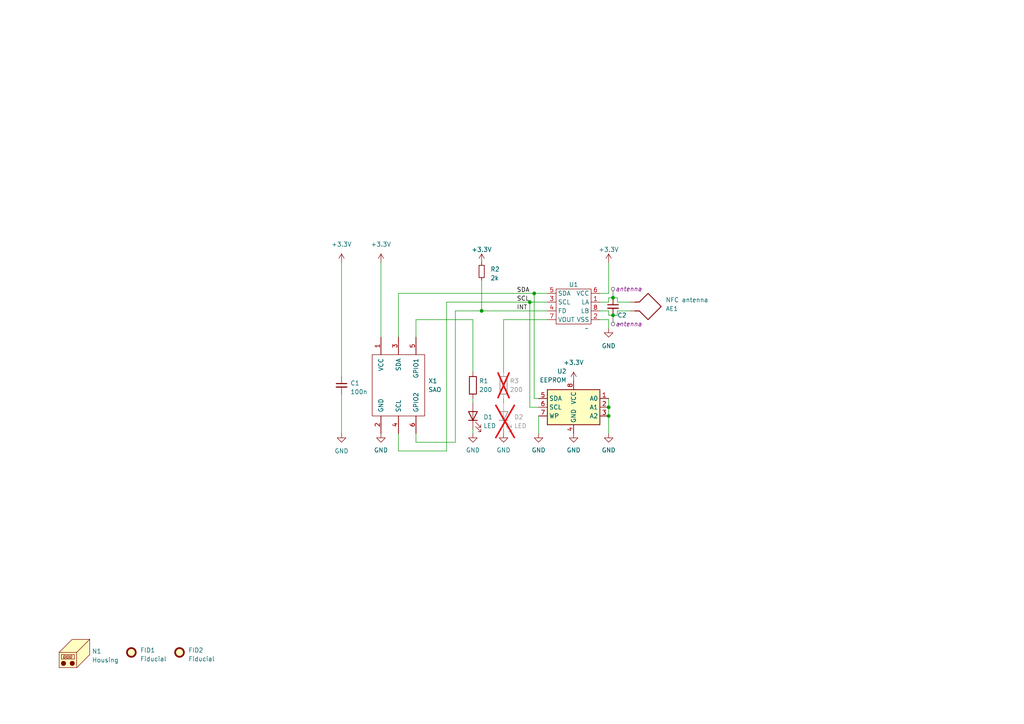
<source format=kicad_sch>
(kicad_sch (version 20230121) (generator eeschema)
  (paper "A4")
  (lib_symbols
    (symbol "Device:Antenna_Loop" (pin_numbers hide) (pin_names (offset 1.016) hide)
      (property "Reference" "AE" (at 1.27 6.35 0))
      (property "Value" "Antenna_Loop" (at 1.27 5.08 0))
      (symbol "Antenna_Loop_0_1"
        (polyline (pts (xy 2.54 -3.81) (xy 2.54 -2.54) (xy 5.08 0) (xy 1.27 3.81) (xy -2.54 0) (xy 0 -2.54) (xy 0 -3.81)) (stroke (width 0.254)))
      )
      (symbol "Antenna_Loop_1_1"
        (pin input line (at 0 -5.08 90) (length 2.54) (name "~") (number "1"))
        (pin input line (at 2.54 -5.08 90) (length 2.54) (name "~") (number "2"))
      )
    )
    (symbol "Device:C_Small" (pin_numbers hide) (pin_names (offset 0.254) hide)
      (property "Reference" "C" (at 0.254 1.778 0))
      (property "Value" "C_Small" (at 0.254 -2.032 0))
      (symbol "C_Small_0_1"
        (polyline (pts (xy -1.524 -0.508) (xy 1.524 -0.508)) (stroke (width 0.3302)))
        (polyline (pts (xy -1.524 0.508) (xy 1.524 0.508)) (stroke (width 0.3048)))
      )
      (symbol "C_Small_1_1"
        (pin passive line (at 0 2.54 270) (length 2.032) (name "~") (number "1"))
        (pin passive line (at 0 -2.54 90) (length 2.032) (name "~") (number "2"))
      )
    )
    (symbol "Device:LED" (pin_numbers hide) (pin_names (offset 1.016) hide)
      (property "Reference" "D" (at 0 2.54 0))
      (property "Value" "LED" (at 0 -2.54 0))
      (symbol "LED_0_1"
        (polyline (pts (xy -1.27 -1.27) (xy -1.27 1.27)) (stroke (width 0.254)))
        (polyline (pts (xy -1.27 0) (xy 1.27 0)))
        (polyline (pts (xy 1.27 -1.27) (xy 1.27 1.27) (xy -1.27 0) (xy 1.27 -1.27)) (stroke (width 0.254)))
        (polyline (pts (xy -3.048 -0.762) (xy -4.572 -2.286) (xy -3.81 -2.286) (xy -4.572 -2.286) (xy -4.572 -1.524)))
        (polyline (pts (xy -1.778 -0.762) (xy -3.302 -2.286) (xy -2.54 -2.286) (xy -3.302 -2.286) (xy -3.302 -1.524)))
      )
      (symbol "LED_1_1"
        (pin passive line (at -3.81 0 0) (length 2.54) (name "K") (number "1"))
        (pin passive line (at 3.81 0 180) (length 2.54) (name "A") (number "2"))
      )
    )
    (symbol "Device:R" (pin_numbers hide) (pin_names (offset 0))
      (property "Reference" "R" (at 2.032 0 90))
      (property "Value" "R" (at 0 0 90))
      (symbol "R_0_1"
        (rectangle (start -1.016 -2.54) (end 1.016 2.54) (stroke (width 0.254)))
      )
      (symbol "R_1_1"
        (pin passive line (at 0 3.81 270) (length 1.27) (name "~") (number "1"))
        (pin passive line (at 0 -3.81 90) (length 1.27) (name "~") (number "2"))
      )
    )
    (symbol "Device:R_Small" (pin_numbers hide) (pin_names (offset 0.254) hide)
      (property "Reference" "R" (at 0.762 0.508 0))
      (property "Value" "R_Small" (at 0.762 -1.016 0))
      (symbol "R_Small_0_1"
        (rectangle (start -0.762 1.778) (end 0.762 -1.778) (stroke (width 0.2032)))
      )
      (symbol "R_Small_1_1"
        (pin passive line (at 0 2.54 270) (length 0.762) (name "~") (number "1"))
        (pin passive line (at 0 -2.54 90) (length 0.762) (name "~") (number "2"))
      )
    )
    (symbol "Mechanical:Fiducial"
      (property "Reference" "FID" (at 0 5.08 0))
      (property "Value" "Fiducial" (at 0 3.175 0))
      (symbol "Fiducial_0_1"
        (circle (center 0 0) (radius 1.27) (stroke (width 0.508)) (fill (type background)))
      )
    )
    (symbol "Mechanical:Housing" (pin_names (offset 1.016))
      (property "Reference" "N" (at 3.81 0 0))
      (property "Value" "Housing" (at 3.81 -1.905 0))
      (symbol "Housing_0_1"
        (rectangle (start -5.08 -0.635) (end -1.27 -1.905))
        (circle (center -4.445 -3.175) (radius 0.635) (fill (type outline)))
        (circle (center -1.905 -3.175) (radius 0.635) (fill (type outline)))
        (polyline (pts (xy -4.5212 -1.5748) (xy -4.4704 -1.3716)))
        (polyline (pts (xy -4.4196 -1.6764) (xy -4.064 -1.6764)))
        (polyline (pts (xy -4.4196 -1.2192) (xy -4.3688 -0.9652)))
        (polyline (pts (xy -4.318 -1.3208) (xy -4.0132 -1.3208)))
        (polyline (pts (xy -4.2164 -0.9144) (xy -3.9116 -0.9144)))
        (polyline (pts (xy -3.9116 -1.6256) (xy -3.8608 -1.3716)))
        (polyline (pts (xy -3.81 -1.2192) (xy -3.7592 -0.9652)))
        (polyline (pts (xy -3.6068 -1.5748) (xy -3.556 -1.3716)))
        (polyline (pts (xy -3.5052 -1.6764) (xy -3.1496 -1.6764)))
        (polyline (pts (xy -3.5052 -1.2192) (xy -3.4544 -0.9652)))
        (polyline (pts (xy -3.4036 -1.3208) (xy -3.0988 -1.3208)))
        (polyline (pts (xy -3.302 -0.9144) (xy -2.9972 -0.9144)))
        (polyline (pts (xy -2.9972 -1.6256) (xy -2.9464 -1.3716)))
        (polyline (pts (xy -2.8956 -1.2192) (xy -2.8448 -0.9652)))
        (polyline (pts (xy -2.6924 -1.5748) (xy -2.6416 -1.3716)))
        (polyline (pts (xy -2.5908 -1.6764) (xy -2.2352 -1.6764)))
        (polyline (pts (xy -2.5908 -1.2192) (xy -2.54 -0.9652)))
        (polyline (pts (xy -2.4892 -1.3208) (xy -2.1844 -1.3208)))
        (polyline (pts (xy -2.3876 -0.9144) (xy -2.0828 -0.9144)))
        (polyline (pts (xy -2.0828 -1.6256) (xy -2.032 -1.3716)))
        (polyline (pts (xy -1.9812 -1.2192) (xy -1.9304 -0.9652)))
        (polyline (pts (xy -0.635 0) (xy -0.635 -4.445)))
        (polyline (pts (xy -5.715 0) (xy -0.635 0) (xy 3.175 3.81)))
        (polyline (pts (xy -5.715 0) (xy -5.715 -4.445) (xy -0.635 -4.445) (xy 3.175 -0.635) (xy 3.175 3.81) (xy -1.905 3.81) (xy -5.715 0)) (fill (type background)))
      )
    )
    (symbol "Memory_EEPROM:AT24CS64-SSHM"
      (property "Reference" "U" (at -7.62 6.35 0))
      (property "Value" "AT24CS64-SSHM" (at 2.54 -6.35 0))
      (symbol "AT24CS64-SSHM_1_1"
        (rectangle (start -7.62 5.08) (end 7.62 -5.08) (stroke (width 0.254)) (fill (type background)))
        (pin input line (at -10.16 2.54 0) (length 2.54) (name "A0") (number "1"))
        (pin input line (at -10.16 0 0) (length 2.54) (name "A1") (number "2"))
        (pin input line (at -10.16 -2.54 0) (length 2.54) (name "A2") (number "3"))
        (pin power_in line (at 0 -7.62 90) (length 2.54) (name "GND") (number "4"))
        (pin bidirectional line (at 10.16 2.54 180) (length 2.54) (name "SDA") (number "5"))
        (pin input line (at 10.16 0 180) (length 2.54) (name "SCL") (number "6"))
        (pin input line (at 10.16 -2.54 180) (length 2.54) (name "WP") (number "7"))
        (pin power_in line (at 0 7.62 270) (length 2.54) (name "VCC") (number "8"))
      )
    )
    (symbol "NT3H2111:NT3H2111"
      (property "Reference" "U1" (at 0 6.35 0))
      (property "Value" "~" (at 3.81 -6.35 0))
      (symbol "NT3H2111_0_1"
        (rectangle (start -5.08 5.08) (end 5.08 -5.08))
      )
      (symbol "NT3H2111_1_1"
        (pin bidirectional line (at 7.62 1.27 180) (length 2.54) (name "LA") (number "1"))
        (pin power_in line (at 7.62 -3.81 180) (length 2.54) (name "VSS") (number "2"))
        (pin input line (at -7.62 1.27 0) (length 2.54) (name "SCL") (number "3"))
        (pin output line (at -7.62 -1.27 0) (length 2.54) (name "FD") (number "4"))
        (pin bidirectional line (at -7.62 3.81 0) (length 2.54) (name "SDA") (number "5"))
        (pin power_in line (at 7.62 3.81 180) (length 2.54) (name "VCC") (number "6"))
        (pin power_out line (at -7.62 -3.81 0) (length 2.54) (name "VOUT") (number "7"))
        (pin bidirectional line (at 7.62 -1.27 180) (length 2.54) (name "LB") (number "8"))
      )
    )
    (symbol "SAO:Badgelife_sao_connector_v169bis" (pin_names (offset 1.016))
      (property "Reference" "X1" (at 8.636 1.2701 0))
      (property "Value" "SAO" (at 8.636 -1.2699 0))
      (symbol "Badgelife_sao_connector_v169bis_0_1"
        (rectangle (start -7.62 8.89) (end 7.62 -8.89))
      )
      (symbol "Badgelife_sao_connector_v169bis_1_1"
        (pin power_out line (at -5.08 13.97 270) (length 5.08) (name "VCC") (number "1"))
        (pin power_out line (at -5.08 -13.97 90) (length 5.08) (name "GND") (number "2"))
        (pin bidirectional line (at 0 13.97 270) (length 5.08) (name "SDA") (number "3"))
        (pin output line (at 0 -13.97 90) (length 5.08) (name "SCL") (number "4"))
        (pin output line (at 5.08 13.97 270) (length 5.08) (name "GPIO1") (number "5"))
        (pin input line (at 5.08 -13.97 90) (length 5.08) (name "GPIO2") (number "6"))
      )
    )
    (symbol "power:+3.3V" (power) (pin_names (offset 0))
      (property "Value" "+3.3V" (at 0 3.556 0))
      (symbol "+3.3V_0_1"
        (polyline (pts (xy -0.762 1.27) (xy 0 2.54)))
        (polyline (pts (xy 0 0) (xy 0 2.54)))
        (polyline (pts (xy 0 2.54) (xy 0.762 1.27)))
      )
      (symbol "+3.3V_1_1"
        (pin power_in line (at 0 0 90) (length 0) hide (name "+3.3V") (number "1"))
      )
    )
    (symbol "power:GND" (power) (pin_names (offset 0))
      (property "Value" "GND" (at 0 -3.81 0))
      (symbol "GND_0_1"
        (polyline (pts (xy 0 0) (xy 0 -1.27) (xy 1.27 -1.27) (xy 0 -2.54) (xy -1.27 -1.27) (xy 0 -1.27)))
      )
      (symbol "GND_1_1"
        (pin power_in line (at 0 0 270) (length 0) hide (name "GND") (number "1"))
      )
    )
  )
  (junction (at 176.53 120.65))
  (junction (at 176.53 118.11))
  (junction (at 139.7 90.17))
  (junction (at 153.67 87.63))
  (junction (at 177.8 91.44))
  (junction (at 154.94 85.09))
  (junction (at 177.8 86.36))
  (wire (pts (xy 120.65 97.79) (xy 120.65 92.71)))
  (wire (pts (xy 132.08 90.17) (xy 139.7 90.17)))
  (wire (pts (xy 120.65 92.71) (xy 137.16 92.71)))
  (wire (pts (xy 137.16 115.57) (xy 137.16 116.84)))
  (wire (pts (xy 173.99 92.71) (xy 176.53 92.71)))
  (wire (pts (xy 177.8 86.36) (xy 179.07 86.36)))
  (wire (pts (xy 115.57 130.81) (xy 115.57 125.73)))
  (wire (pts (xy 129.54 130.81) (xy 115.57 130.81)))
  (wire (pts (xy 156.21 115.57) (xy 154.94 115.57)))
  (wire (pts (xy 173.99 87.63) (xy 176.53 87.63)))
  (wire (pts (xy 179.07 90.17) (xy 182.88 90.17)))
  (wire (pts (xy 146.05 115.57) (xy 146.05 116.84)))
  (wire (pts (xy 137.16 92.71) (xy 137.16 107.95)))
  (wire (pts (xy 154.94 85.09) (xy 154.94 115.57)))
  (wire (pts (xy 176.53 118.11) (xy 176.53 120.65)))
  (wire (pts (xy 120.65 125.73) (xy 120.65 128.27)))
  (wire (pts (xy 173.99 90.17) (xy 176.53 90.17)))
  (wire (pts (xy 179.07 91.44) (xy 179.07 90.17)))
  (wire (pts (xy 176.53 86.36) (xy 177.8 86.36)))
  (wire (pts (xy 146.05 92.71) (xy 146.05 107.95)))
  (wire (pts (xy 129.54 87.63) (xy 129.54 130.81)))
  (wire (pts (xy 173.99 85.09) (xy 176.53 85.09)))
  (wire (pts (xy 137.16 124.46) (xy 137.16 125.73)))
  (wire (pts (xy 120.65 128.27) (xy 132.08 128.27)))
  (wire (pts (xy 179.07 87.63) (xy 182.88 87.63)))
  (wire (pts (xy 176.53 92.71) (xy 176.53 95.25)))
  (wire (pts (xy 158.75 87.63) (xy 153.67 87.63)))
  (wire (pts (xy 158.75 92.71) (xy 146.05 92.71)))
  (wire (pts (xy 179.07 86.36) (xy 179.07 87.63)))
  (wire (pts (xy 132.08 128.27) (xy 132.08 90.17)))
  (wire (pts (xy 176.53 120.65) (xy 176.53 125.73)))
  (wire (pts (xy 176.53 91.44) (xy 177.8 91.44)))
  (wire (pts (xy 139.7 90.17) (xy 139.7 81.28)))
  (wire (pts (xy 158.75 90.17) (xy 139.7 90.17)))
  (wire (pts (xy 115.57 97.79) (xy 115.57 85.09)))
  (wire (pts (xy 156.21 120.65) (xy 156.21 125.73)))
  (wire (pts (xy 153.67 87.63) (xy 153.67 118.11)))
  (wire (pts (xy 176.53 76.2) (xy 176.53 85.09)))
  (wire (pts (xy 99.06 76.2) (xy 99.06 109.22)))
  (wire (pts (xy 158.75 85.09) (xy 154.94 85.09)))
  (wire (pts (xy 99.06 114.3) (xy 99.06 125.73)))
  (wire (pts (xy 146.05 124.46) (xy 146.05 125.73)))
  (wire (pts (xy 177.8 91.44) (xy 179.07 91.44)))
  (wire (pts (xy 176.53 115.57) (xy 176.53 118.11)))
  (wire (pts (xy 176.53 90.17) (xy 176.53 91.44)))
  (wire (pts (xy 110.49 76.2) (xy 110.49 97.79)))
  (wire (pts (xy 115.57 85.09) (xy 154.94 85.09)))
  (wire (pts (xy 129.54 87.63) (xy 153.67 87.63)))
  (wire (pts (xy 156.21 118.11) (xy 153.67 118.11)))
  (wire (pts (xy 176.53 87.63) (xy 176.53 86.36)))
  (label "SCL" (at 149.86 87.63 0))
  (label "INT" (at 149.86 90.17 0))
  (label "SDA" (at 149.86 85.09 0))
  (netclass_flag "" (length 2.54) (shape round) (at 177.8 86.36 0) (property "Netclass" "antenna" (at 178.4985 83.82 0) (effects (font italic) (justify left))))
  (netclass_flag "" (length 2.54) (shape round) (at 177.8 91.44 180) (property "Netclass" "antenna" (at 178.4985 93.98 0) (effects (font italic) (justify left))))
  (symbol (lib_id "Device:LED") (at 137.16 120.65 90) (unit 1)
    (property "Reference" "D1" (at 140.208 120.9674 90) (effects (justify right)))
    (property "Value" "LED" (at 140.208 123.5074 90) (effects (justify right)))
    (property "Footprint" "LED_SMD:LED_0805_2012Metric_Pad1.15x1.40mm_HandSolder" (effects hide))
    (property "LCSC" "C84259" (effects hide))
  )
  (symbol (lib_id "power:GND") (at 166.37 125.73 0) (mirror y) (unit 1)
    (property "Reference" "#PWR010" (effects hide))
    (property "Value" "GND" (at 166.37 130.556 0))
  )
  (symbol (lib_id "Mechanical:Housing") (at 22.86 189.23 0) (unit 1)
    (property "Reference" "N1" (at 26.67 188.9125 0) (effects (justify left)))
    (property "Value" "Housing" (at 26.67 191.4525 0) (effects (justify left)))
    (property "Footprint" "logo:nicolai" (effects hide))
  )
  (symbol (lib_id "Device:Antenna_Loop") (at 187.96 90.17 270) (mirror x) (unit 1)
    (property "Reference" "AE1" (at 193.04 89.535 90) (effects (justify left)))
    (property "Value" "NFC antenna" (at 193.04 86.995 90) (effects (justify left)))
    (property "Footprint" "antenna:NFC antenna" (effects hide))
  )
  (symbol (lib_id "power:GND") (at 110.49 125.73 0) (unit 1)
    (property "Reference" "#PWR04" (effects hide))
    (property "Value" "GND" (at 110.49 130.556 0))
  )
  (symbol (lib_id "power:GND") (at 99.06 125.73 0) (unit 1)
    (property "Reference" "#PWR02" (effects hide))
    (property "Value" "GND" (at 99.06 130.81 0))
  )
  (symbol (lib_id "power:+3.3V") (at 110.49 76.2 0) (unit 1)
    (property "Reference" "#PWR03" (effects hide))
    (property "Value" "+3.3V" (at 110.49 70.866 0))
  )
  (symbol (lib_id "Mechanical:Fiducial") (at 38.1 189.23 0) (unit 1)
    (property "Reference" "FID1" (at 40.64 188.595 0) (effects (justify left)))
    (property "Value" "Fiducial" (at 40.64 191.135 0) (effects (justify left)))
    (property "Footprint" "Fiducial:Fiducial_1mm_Mask2mm" (effects hide))
  )
  (symbol (lib_id "power:+3.3V") (at 166.37 110.49 0) (mirror y) (unit 1)
    (property "Reference" "#PWR09" (effects hide))
    (property "Value" "+3.3V" (at 166.37 105.156 0))
  )
  (symbol (lib_id "power:+3.3V") (at 176.53 76.2 0) (unit 1)
    (property "Reference" "#PWR011" (effects hide))
    (property "Value" "+3.3V" (at 176.53 72.39 0))
  )
  (symbol (lib_id "Memory_EEPROM:AT24CS64-SSHM") (at 166.37 118.11 0) (mirror y) (unit 1)
    (property "Reference" "U2" (at 164.3506 107.696 0) (effects (justify left)))
    (property "Value" "EEPROM" (at 164.3506 110.236 0) (effects (justify left)))
    (property "Footprint" "Package_SO:SOIC-8_3.9x4.9mm_P1.27mm" (effects hide))
    (property "Datasheet" "http://ww1.microchip.com/downloads/en/DeviceDoc/Atmel-8870-SEEPROM-AT24CS64-Datasheet.pdf" (effects hide))
  )
  (symbol (lib_id "Mechanical:Fiducial") (at 52.07 189.23 0) (unit 1)
    (property "Reference" "FID2" (at 54.61 188.595 0) (effects (justify left)))
    (property "Value" "Fiducial" (at 54.61 191.135 0) (effects (justify left)))
    (property "Footprint" "Fiducial:Fiducial_1mm_Mask2mm" (effects hide))
  )
  (symbol (lib_id "Device:R_Small") (at 139.7 78.74 0) (unit 1)
    (property "Reference" "R2" (at 142.24 78.105 0) (effects (justify left)))
    (property "Value" "2k" (at 142.24 80.645 0) (effects (justify left)))
    (property "Footprint" "Resistor_SMD:R_0603_1608Metric" (effects hide))
  )
  (symbol (lib_id "power:GND") (at 176.53 95.25 0) (unit 1)
    (property "Reference" "#PWR012" (effects hide))
    (property "Value" "GND" (at 176.53 100.33 0))
  )
  (symbol (lib_id "SAO:Badgelife_sao_connector_v169bis") (at 115.57 111.76 0) (unit 1)
    (property "Reference" "X1" (at 124.206 110.4899 0) (effects (justify left)))
    (property "Value" "SAO" (at 124.206 113.0299 0) (effects (justify left)))
    (property "Footprint" "sao:Badgelife-SAOv169-SAO-2x3" (effects hide))
    (property "LCSC" "C3152771" (effects hide))
  )
  (symbol (lib_id "Device:R") (at 146.05 111.76 0) (unit 1) (in_bom no) (dnp yes)
    (property "Reference" "R3" (at 147.828 110.4899 0) (effects (justify left)))
    (property "Value" "200" (at 147.828 113.0299 0) (effects (justify left)))
    (property "Footprint" "Resistor_SMD:R_0603_1608Metric" (effects hide))
  )
  (symbol (lib_id "power:GND") (at 146.05 125.73 0) (unit 1)
    (property "Reference" "#PWR07" (effects hide))
    (property "Value" "GND" (at 146.05 130.556 0))
  )
  (symbol (lib_id "Device:R") (at 137.16 111.76 0) (unit 1)
    (property "Reference" "R1" (at 138.938 110.4899 0) (effects (justify left)))
    (property "Value" "200" (at 138.938 113.0299 0) (effects (justify left)))
    (property "Footprint" "Resistor_SMD:R_0603_1608Metric" (effects hide))
  )
  (symbol (lib_id "Device:C_Small") (at 99.06 111.76 0) (unit 1)
    (property "Reference" "C1" (at 101.6 111.1313 0) (effects (justify left)))
    (property "Value" "100n" (at 101.6 113.6713 0) (effects (justify left)))
    (property "Footprint" "Capacitor_SMD:C_0603_1608Metric" (effects hide))
    (property "LCSC" "C394158" (effects hide))
  )
  (symbol (lib_id "power:GND") (at 176.53 125.73 0) (mirror y) (unit 1)
    (property "Reference" "#PWR013" (effects hide))
    (property "Value" "GND" (at 176.53 130.556 0))
  )
  (symbol (lib_id "power:+3.3V") (at 99.06 76.2 0) (unit 1)
    (property "Reference" "#PWR01" (effects hide))
    (property "Value" "+3.3V" (at 99.06 70.866 0))
  )
  (symbol (lib_id "power:GND") (at 137.16 125.73 0) (unit 1)
    (property "Reference" "#PWR05" (effects hide))
    (property "Value" "GND" (at 137.16 130.556 0))
  )
  (symbol (lib_id "Device:LED") (at 146.05 120.65 90) (unit 1) (in_bom no) (dnp yes)
    (property "Reference" "D2" (at 149.098 120.9674 90) (effects (justify right)))
    (property "Value" "LED" (at 149.098 123.5074 90) (effects (justify right)))
    (property "Footprint" "LED_SMD:LED_0805_2012Metric_Pad1.15x1.40mm_HandSolder" (effects hide))
  )
  (symbol (lib_id "power:+3.3V") (at 139.7 76.2 0) (unit 1)
    (property "Reference" "#PWR06" (effects hide))
    (property "Value" "+3.3V" (at 139.7 72.39 0))
  )
  (symbol (lib_id "Device:C_Small") (at 177.8 88.9 0) (unit 1)
    (property "Reference" "C2" (at 179.07 91.44 0) (effects (justify left)))
    (property "Value" "~" (at 179.07 93.98 0) (effects (justify left)))
    (property "Footprint" "Capacitor_SMD:C_0603_1608Metric" (effects hide))
  )
  (symbol (lib_id "power:GND") (at 156.21 125.73 0) (mirror y) (unit 1)
    (property "Reference" "#PWR08" (effects hide))
    (property "Value" "GND" (at 156.21 130.556 0))
  )
  (symbol (lib_id "NT3H2111:NT3H2111") (at 166.37 88.9 0) (unit 1)
    (property "Reference" "U1" (at 166.37 82.55 0))
    (property "Value" "~" (at 170.18 95.25 0))
    (property "Footprint" "Package_SO:TSSOP-8_3x3mm_P0.65mm" (effects hide))
  )
)
</source>
